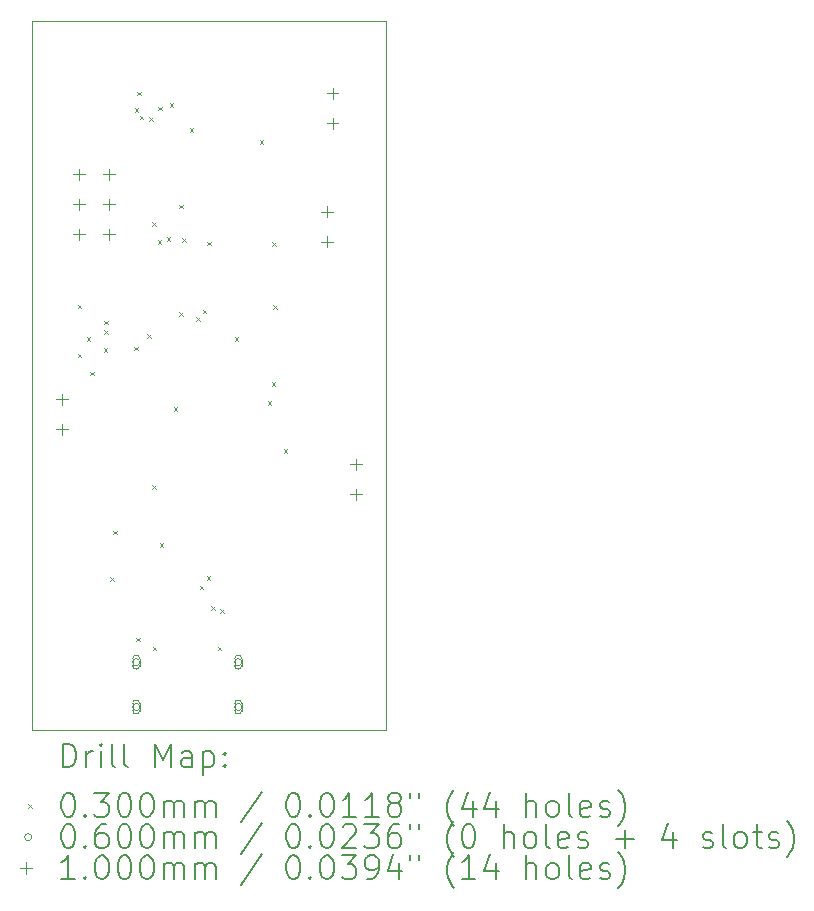
<source format=gbr>
%TF.GenerationSoftware,KiCad,Pcbnew,8.0.7*%
%TF.CreationDate,2025-01-05T21:05:24-07:00*%
%TF.ProjectId,Hat PCB,48617420-5043-4422-9e6b-696361645f70,rev?*%
%TF.SameCoordinates,Original*%
%TF.FileFunction,Drillmap*%
%TF.FilePolarity,Positive*%
%FSLAX45Y45*%
G04 Gerber Fmt 4.5, Leading zero omitted, Abs format (unit mm)*
G04 Created by KiCad (PCBNEW 8.0.7) date 2025-01-05 21:05:24*
%MOMM*%
%LPD*%
G01*
G04 APERTURE LIST*
%ADD10C,0.050000*%
%ADD11C,0.200000*%
%ADD12C,0.100000*%
G04 APERTURE END LIST*
D10*
X23850000Y-9600000D02*
X26850000Y-9600000D01*
X26850000Y-15600000D02*
X23850000Y-15600000D01*
X23850000Y-15600000D02*
X23850000Y-9600000D01*
X26850000Y-9600000D02*
X26850000Y-15600000D01*
D11*
D12*
X24235000Y-11997800D02*
X24265000Y-12027800D01*
X24265000Y-11997800D02*
X24235000Y-12027800D01*
X24238000Y-12412600D02*
X24268000Y-12442600D01*
X24268000Y-12412600D02*
X24238000Y-12442600D01*
X24314460Y-12275370D02*
X24344460Y-12305370D01*
X24344460Y-12275370D02*
X24314460Y-12305370D01*
X24340000Y-12567500D02*
X24370000Y-12597500D01*
X24370000Y-12567500D02*
X24340000Y-12597500D01*
X24456900Y-12367300D02*
X24486900Y-12397300D01*
X24486900Y-12367300D02*
X24456900Y-12397300D01*
X24458800Y-12216000D02*
X24488800Y-12246000D01*
X24488800Y-12216000D02*
X24458800Y-12246000D01*
X24459800Y-12132900D02*
X24489800Y-12162900D01*
X24489800Y-12132900D02*
X24459800Y-12162900D01*
X24511400Y-14305000D02*
X24541400Y-14335000D01*
X24541400Y-14305000D02*
X24511400Y-14335000D01*
X24535000Y-13913500D02*
X24565000Y-13943500D01*
X24565000Y-13913500D02*
X24535000Y-13943500D01*
X24713600Y-12355000D02*
X24743600Y-12385000D01*
X24743600Y-12355000D02*
X24713600Y-12385000D01*
X24717400Y-10334500D02*
X24747400Y-10364500D01*
X24747400Y-10334500D02*
X24717400Y-10364500D01*
X24730000Y-14817400D02*
X24760000Y-14847400D01*
X24760000Y-14817400D02*
X24730000Y-14847400D01*
X24739500Y-10195000D02*
X24769500Y-10225000D01*
X24769500Y-10195000D02*
X24739500Y-10225000D01*
X24762500Y-10400300D02*
X24792500Y-10430300D01*
X24792500Y-10400300D02*
X24762500Y-10430300D01*
X24826810Y-12246570D02*
X24856810Y-12276570D01*
X24856810Y-12246570D02*
X24826810Y-12276570D01*
X24839540Y-10411510D02*
X24869540Y-10441510D01*
X24869540Y-10411510D02*
X24839540Y-10441510D01*
X24865800Y-11302300D02*
X24895800Y-11332300D01*
X24895800Y-11302300D02*
X24865800Y-11332300D01*
X24869100Y-13526600D02*
X24899100Y-13556600D01*
X24899100Y-13526600D02*
X24869100Y-13556600D01*
X24873000Y-14894800D02*
X24903000Y-14924800D01*
X24903000Y-14894800D02*
X24873000Y-14924800D01*
X24912500Y-11452200D02*
X24942500Y-11482200D01*
X24942500Y-11452200D02*
X24912500Y-11482200D01*
X24916800Y-10323200D02*
X24946800Y-10353200D01*
X24946800Y-10323200D02*
X24916800Y-10353200D01*
X24930000Y-14019300D02*
X24960000Y-14049300D01*
X24960000Y-14019300D02*
X24930000Y-14049300D01*
X24989900Y-11426700D02*
X25019900Y-11456700D01*
X25019900Y-11426700D02*
X24989900Y-11456700D01*
X25013400Y-10291600D02*
X25043400Y-10321600D01*
X25043400Y-10291600D02*
X25013400Y-10321600D01*
X25050000Y-12865500D02*
X25080000Y-12895500D01*
X25080000Y-12865500D02*
X25050000Y-12895500D01*
X25095800Y-11151600D02*
X25125800Y-11181600D01*
X25125800Y-11151600D02*
X25095800Y-11181600D01*
X25097500Y-12062500D02*
X25127500Y-12092500D01*
X25127500Y-12062500D02*
X25097500Y-12092500D01*
X25120100Y-11436500D02*
X25150100Y-11466500D01*
X25150100Y-11436500D02*
X25120100Y-11466500D01*
X25185000Y-10504700D02*
X25215000Y-10534700D01*
X25215000Y-10504700D02*
X25185000Y-10534700D01*
X25238600Y-12103800D02*
X25268600Y-12133800D01*
X25268600Y-12103800D02*
X25238600Y-12133800D01*
X25268700Y-14376700D02*
X25298700Y-14406700D01*
X25298700Y-14376700D02*
X25268700Y-14406700D01*
X25296200Y-12042200D02*
X25326200Y-12072200D01*
X25326200Y-12042200D02*
X25296200Y-12072200D01*
X25328700Y-14295900D02*
X25358700Y-14325900D01*
X25358700Y-14295900D02*
X25328700Y-14325900D01*
X25335000Y-11467300D02*
X25365000Y-11497300D01*
X25365000Y-11467300D02*
X25335000Y-11497300D01*
X25365600Y-14551200D02*
X25395600Y-14581200D01*
X25395600Y-14551200D02*
X25365600Y-14581200D01*
X25423000Y-14895900D02*
X25453000Y-14925900D01*
X25453000Y-14895900D02*
X25423000Y-14925900D01*
X25444400Y-14577890D02*
X25474400Y-14607890D01*
X25474400Y-14577890D02*
X25444400Y-14607890D01*
X25564200Y-12275000D02*
X25594200Y-12305000D01*
X25594200Y-12275000D02*
X25564200Y-12305000D01*
X25778800Y-10607800D02*
X25808800Y-10637800D01*
X25808800Y-10607800D02*
X25778800Y-10637800D01*
X25845000Y-12816230D02*
X25875000Y-12846230D01*
X25875000Y-12816230D02*
X25845000Y-12846230D01*
X25880000Y-12655770D02*
X25910000Y-12685770D01*
X25910000Y-12655770D02*
X25880000Y-12685770D01*
X25885000Y-11470600D02*
X25915000Y-11500600D01*
X25915000Y-11470600D02*
X25885000Y-11500600D01*
X25890000Y-12002900D02*
X25920000Y-12032900D01*
X25920000Y-12002900D02*
X25890000Y-12032900D01*
X25980000Y-13222100D02*
X26010000Y-13252100D01*
X26010000Y-13222100D02*
X25980000Y-13252100D01*
X24761000Y-15025000D02*
G75*
G02*
X24701000Y-15025000I-30000J0D01*
G01*
X24701000Y-15025000D02*
G75*
G02*
X24761000Y-15025000I30000J0D01*
G01*
X24701000Y-14995000D02*
X24701000Y-15055000D01*
X24761000Y-15055000D02*
G75*
G02*
X24701000Y-15055000I-30000J0D01*
G01*
X24761000Y-15055000D02*
X24761000Y-14995000D01*
X24761000Y-14995000D02*
G75*
G03*
X24701000Y-14995000I-30000J0D01*
G01*
X24761000Y-15405000D02*
G75*
G02*
X24701000Y-15405000I-30000J0D01*
G01*
X24701000Y-15405000D02*
G75*
G02*
X24761000Y-15405000I30000J0D01*
G01*
X24701000Y-15375000D02*
X24701000Y-15435000D01*
X24761000Y-15435000D02*
G75*
G02*
X24701000Y-15435000I-30000J0D01*
G01*
X24761000Y-15435000D02*
X24761000Y-15375000D01*
X24761000Y-15375000D02*
G75*
G03*
X24701000Y-15375000I-30000J0D01*
G01*
X25625000Y-15025000D02*
G75*
G02*
X25565000Y-15025000I-30000J0D01*
G01*
X25565000Y-15025000D02*
G75*
G02*
X25625000Y-15025000I30000J0D01*
G01*
X25565000Y-14995000D02*
X25565000Y-15055000D01*
X25625000Y-15055000D02*
G75*
G02*
X25565000Y-15055000I-30000J0D01*
G01*
X25625000Y-15055000D02*
X25625000Y-14995000D01*
X25625000Y-14995000D02*
G75*
G03*
X25565000Y-14995000I-30000J0D01*
G01*
X25625000Y-15405000D02*
G75*
G02*
X25565000Y-15405000I-30000J0D01*
G01*
X25565000Y-15405000D02*
G75*
G02*
X25625000Y-15405000I30000J0D01*
G01*
X25565000Y-15375000D02*
X25565000Y-15435000D01*
X25625000Y-15435000D02*
G75*
G02*
X25565000Y-15435000I-30000J0D01*
G01*
X25625000Y-15435000D02*
X25625000Y-15375000D01*
X25625000Y-15375000D02*
G75*
G03*
X25565000Y-15375000I-30000J0D01*
G01*
X24105000Y-12751000D02*
X24105000Y-12851000D01*
X24055000Y-12801000D02*
X24155000Y-12801000D01*
X24105000Y-13005000D02*
X24105000Y-13105000D01*
X24055000Y-13055000D02*
X24155000Y-13055000D01*
X24246000Y-10846000D02*
X24246000Y-10946000D01*
X24196000Y-10896000D02*
X24296000Y-10896000D01*
X24246000Y-11100000D02*
X24246000Y-11200000D01*
X24196000Y-11150000D02*
X24296000Y-11150000D01*
X24246000Y-11354000D02*
X24246000Y-11454000D01*
X24196000Y-11404000D02*
X24296000Y-11404000D01*
X24500000Y-10846000D02*
X24500000Y-10946000D01*
X24450000Y-10896000D02*
X24550000Y-10896000D01*
X24500000Y-11100000D02*
X24500000Y-11200000D01*
X24450000Y-11150000D02*
X24550000Y-11150000D01*
X24500000Y-11354000D02*
X24500000Y-11454000D01*
X24450000Y-11404000D02*
X24550000Y-11404000D01*
X26343750Y-11160000D02*
X26343750Y-11260000D01*
X26293750Y-11210000D02*
X26393750Y-11210000D01*
X26343750Y-11414000D02*
X26343750Y-11514000D01*
X26293750Y-11464000D02*
X26393750Y-11464000D01*
X26393750Y-10160000D02*
X26393750Y-10260000D01*
X26343750Y-10210000D02*
X26443750Y-10210000D01*
X26393750Y-10414000D02*
X26393750Y-10514000D01*
X26343750Y-10464000D02*
X26443750Y-10464000D01*
X26595000Y-13301000D02*
X26595000Y-13401000D01*
X26545000Y-13351000D02*
X26645000Y-13351000D01*
X26595000Y-13555000D02*
X26595000Y-13655000D01*
X26545000Y-13605000D02*
X26645000Y-13605000D01*
D11*
X24108277Y-15913984D02*
X24108277Y-15713984D01*
X24108277Y-15713984D02*
X24155896Y-15713984D01*
X24155896Y-15713984D02*
X24184467Y-15723508D01*
X24184467Y-15723508D02*
X24203515Y-15742555D01*
X24203515Y-15742555D02*
X24213039Y-15761603D01*
X24213039Y-15761603D02*
X24222562Y-15799698D01*
X24222562Y-15799698D02*
X24222562Y-15828269D01*
X24222562Y-15828269D02*
X24213039Y-15866365D01*
X24213039Y-15866365D02*
X24203515Y-15885412D01*
X24203515Y-15885412D02*
X24184467Y-15904460D01*
X24184467Y-15904460D02*
X24155896Y-15913984D01*
X24155896Y-15913984D02*
X24108277Y-15913984D01*
X24308277Y-15913984D02*
X24308277Y-15780650D01*
X24308277Y-15818746D02*
X24317801Y-15799698D01*
X24317801Y-15799698D02*
X24327324Y-15790174D01*
X24327324Y-15790174D02*
X24346372Y-15780650D01*
X24346372Y-15780650D02*
X24365420Y-15780650D01*
X24432086Y-15913984D02*
X24432086Y-15780650D01*
X24432086Y-15713984D02*
X24422562Y-15723508D01*
X24422562Y-15723508D02*
X24432086Y-15733031D01*
X24432086Y-15733031D02*
X24441610Y-15723508D01*
X24441610Y-15723508D02*
X24432086Y-15713984D01*
X24432086Y-15713984D02*
X24432086Y-15733031D01*
X24555896Y-15913984D02*
X24536848Y-15904460D01*
X24536848Y-15904460D02*
X24527324Y-15885412D01*
X24527324Y-15885412D02*
X24527324Y-15713984D01*
X24660658Y-15913984D02*
X24641610Y-15904460D01*
X24641610Y-15904460D02*
X24632086Y-15885412D01*
X24632086Y-15885412D02*
X24632086Y-15713984D01*
X24889229Y-15913984D02*
X24889229Y-15713984D01*
X24889229Y-15713984D02*
X24955896Y-15856841D01*
X24955896Y-15856841D02*
X25022562Y-15713984D01*
X25022562Y-15713984D02*
X25022562Y-15913984D01*
X25203515Y-15913984D02*
X25203515Y-15809222D01*
X25203515Y-15809222D02*
X25193991Y-15790174D01*
X25193991Y-15790174D02*
X25174943Y-15780650D01*
X25174943Y-15780650D02*
X25136848Y-15780650D01*
X25136848Y-15780650D02*
X25117801Y-15790174D01*
X25203515Y-15904460D02*
X25184467Y-15913984D01*
X25184467Y-15913984D02*
X25136848Y-15913984D01*
X25136848Y-15913984D02*
X25117801Y-15904460D01*
X25117801Y-15904460D02*
X25108277Y-15885412D01*
X25108277Y-15885412D02*
X25108277Y-15866365D01*
X25108277Y-15866365D02*
X25117801Y-15847317D01*
X25117801Y-15847317D02*
X25136848Y-15837793D01*
X25136848Y-15837793D02*
X25184467Y-15837793D01*
X25184467Y-15837793D02*
X25203515Y-15828269D01*
X25298753Y-15780650D02*
X25298753Y-15980650D01*
X25298753Y-15790174D02*
X25317801Y-15780650D01*
X25317801Y-15780650D02*
X25355896Y-15780650D01*
X25355896Y-15780650D02*
X25374943Y-15790174D01*
X25374943Y-15790174D02*
X25384467Y-15799698D01*
X25384467Y-15799698D02*
X25393991Y-15818746D01*
X25393991Y-15818746D02*
X25393991Y-15875888D01*
X25393991Y-15875888D02*
X25384467Y-15894936D01*
X25384467Y-15894936D02*
X25374943Y-15904460D01*
X25374943Y-15904460D02*
X25355896Y-15913984D01*
X25355896Y-15913984D02*
X25317801Y-15913984D01*
X25317801Y-15913984D02*
X25298753Y-15904460D01*
X25479705Y-15894936D02*
X25489229Y-15904460D01*
X25489229Y-15904460D02*
X25479705Y-15913984D01*
X25479705Y-15913984D02*
X25470182Y-15904460D01*
X25470182Y-15904460D02*
X25479705Y-15894936D01*
X25479705Y-15894936D02*
X25479705Y-15913984D01*
X25479705Y-15790174D02*
X25489229Y-15799698D01*
X25489229Y-15799698D02*
X25479705Y-15809222D01*
X25479705Y-15809222D02*
X25470182Y-15799698D01*
X25470182Y-15799698D02*
X25479705Y-15790174D01*
X25479705Y-15790174D02*
X25479705Y-15809222D01*
D12*
X23817500Y-16227500D02*
X23847500Y-16257500D01*
X23847500Y-16227500D02*
X23817500Y-16257500D01*
D11*
X24146372Y-16133984D02*
X24165420Y-16133984D01*
X24165420Y-16133984D02*
X24184467Y-16143508D01*
X24184467Y-16143508D02*
X24193991Y-16153031D01*
X24193991Y-16153031D02*
X24203515Y-16172079D01*
X24203515Y-16172079D02*
X24213039Y-16210174D01*
X24213039Y-16210174D02*
X24213039Y-16257793D01*
X24213039Y-16257793D02*
X24203515Y-16295888D01*
X24203515Y-16295888D02*
X24193991Y-16314936D01*
X24193991Y-16314936D02*
X24184467Y-16324460D01*
X24184467Y-16324460D02*
X24165420Y-16333984D01*
X24165420Y-16333984D02*
X24146372Y-16333984D01*
X24146372Y-16333984D02*
X24127324Y-16324460D01*
X24127324Y-16324460D02*
X24117801Y-16314936D01*
X24117801Y-16314936D02*
X24108277Y-16295888D01*
X24108277Y-16295888D02*
X24098753Y-16257793D01*
X24098753Y-16257793D02*
X24098753Y-16210174D01*
X24098753Y-16210174D02*
X24108277Y-16172079D01*
X24108277Y-16172079D02*
X24117801Y-16153031D01*
X24117801Y-16153031D02*
X24127324Y-16143508D01*
X24127324Y-16143508D02*
X24146372Y-16133984D01*
X24298753Y-16314936D02*
X24308277Y-16324460D01*
X24308277Y-16324460D02*
X24298753Y-16333984D01*
X24298753Y-16333984D02*
X24289229Y-16324460D01*
X24289229Y-16324460D02*
X24298753Y-16314936D01*
X24298753Y-16314936D02*
X24298753Y-16333984D01*
X24374943Y-16133984D02*
X24498753Y-16133984D01*
X24498753Y-16133984D02*
X24432086Y-16210174D01*
X24432086Y-16210174D02*
X24460658Y-16210174D01*
X24460658Y-16210174D02*
X24479705Y-16219698D01*
X24479705Y-16219698D02*
X24489229Y-16229222D01*
X24489229Y-16229222D02*
X24498753Y-16248269D01*
X24498753Y-16248269D02*
X24498753Y-16295888D01*
X24498753Y-16295888D02*
X24489229Y-16314936D01*
X24489229Y-16314936D02*
X24479705Y-16324460D01*
X24479705Y-16324460D02*
X24460658Y-16333984D01*
X24460658Y-16333984D02*
X24403515Y-16333984D01*
X24403515Y-16333984D02*
X24384467Y-16324460D01*
X24384467Y-16324460D02*
X24374943Y-16314936D01*
X24622562Y-16133984D02*
X24641610Y-16133984D01*
X24641610Y-16133984D02*
X24660658Y-16143508D01*
X24660658Y-16143508D02*
X24670182Y-16153031D01*
X24670182Y-16153031D02*
X24679705Y-16172079D01*
X24679705Y-16172079D02*
X24689229Y-16210174D01*
X24689229Y-16210174D02*
X24689229Y-16257793D01*
X24689229Y-16257793D02*
X24679705Y-16295888D01*
X24679705Y-16295888D02*
X24670182Y-16314936D01*
X24670182Y-16314936D02*
X24660658Y-16324460D01*
X24660658Y-16324460D02*
X24641610Y-16333984D01*
X24641610Y-16333984D02*
X24622562Y-16333984D01*
X24622562Y-16333984D02*
X24603515Y-16324460D01*
X24603515Y-16324460D02*
X24593991Y-16314936D01*
X24593991Y-16314936D02*
X24584467Y-16295888D01*
X24584467Y-16295888D02*
X24574943Y-16257793D01*
X24574943Y-16257793D02*
X24574943Y-16210174D01*
X24574943Y-16210174D02*
X24584467Y-16172079D01*
X24584467Y-16172079D02*
X24593991Y-16153031D01*
X24593991Y-16153031D02*
X24603515Y-16143508D01*
X24603515Y-16143508D02*
X24622562Y-16133984D01*
X24813039Y-16133984D02*
X24832086Y-16133984D01*
X24832086Y-16133984D02*
X24851134Y-16143508D01*
X24851134Y-16143508D02*
X24860658Y-16153031D01*
X24860658Y-16153031D02*
X24870182Y-16172079D01*
X24870182Y-16172079D02*
X24879705Y-16210174D01*
X24879705Y-16210174D02*
X24879705Y-16257793D01*
X24879705Y-16257793D02*
X24870182Y-16295888D01*
X24870182Y-16295888D02*
X24860658Y-16314936D01*
X24860658Y-16314936D02*
X24851134Y-16324460D01*
X24851134Y-16324460D02*
X24832086Y-16333984D01*
X24832086Y-16333984D02*
X24813039Y-16333984D01*
X24813039Y-16333984D02*
X24793991Y-16324460D01*
X24793991Y-16324460D02*
X24784467Y-16314936D01*
X24784467Y-16314936D02*
X24774943Y-16295888D01*
X24774943Y-16295888D02*
X24765420Y-16257793D01*
X24765420Y-16257793D02*
X24765420Y-16210174D01*
X24765420Y-16210174D02*
X24774943Y-16172079D01*
X24774943Y-16172079D02*
X24784467Y-16153031D01*
X24784467Y-16153031D02*
X24793991Y-16143508D01*
X24793991Y-16143508D02*
X24813039Y-16133984D01*
X24965420Y-16333984D02*
X24965420Y-16200650D01*
X24965420Y-16219698D02*
X24974943Y-16210174D01*
X24974943Y-16210174D02*
X24993991Y-16200650D01*
X24993991Y-16200650D02*
X25022563Y-16200650D01*
X25022563Y-16200650D02*
X25041610Y-16210174D01*
X25041610Y-16210174D02*
X25051134Y-16229222D01*
X25051134Y-16229222D02*
X25051134Y-16333984D01*
X25051134Y-16229222D02*
X25060658Y-16210174D01*
X25060658Y-16210174D02*
X25079705Y-16200650D01*
X25079705Y-16200650D02*
X25108277Y-16200650D01*
X25108277Y-16200650D02*
X25127324Y-16210174D01*
X25127324Y-16210174D02*
X25136848Y-16229222D01*
X25136848Y-16229222D02*
X25136848Y-16333984D01*
X25232086Y-16333984D02*
X25232086Y-16200650D01*
X25232086Y-16219698D02*
X25241610Y-16210174D01*
X25241610Y-16210174D02*
X25260658Y-16200650D01*
X25260658Y-16200650D02*
X25289229Y-16200650D01*
X25289229Y-16200650D02*
X25308277Y-16210174D01*
X25308277Y-16210174D02*
X25317801Y-16229222D01*
X25317801Y-16229222D02*
X25317801Y-16333984D01*
X25317801Y-16229222D02*
X25327324Y-16210174D01*
X25327324Y-16210174D02*
X25346372Y-16200650D01*
X25346372Y-16200650D02*
X25374943Y-16200650D01*
X25374943Y-16200650D02*
X25393991Y-16210174D01*
X25393991Y-16210174D02*
X25403515Y-16229222D01*
X25403515Y-16229222D02*
X25403515Y-16333984D01*
X25793991Y-16124460D02*
X25622563Y-16381603D01*
X26051134Y-16133984D02*
X26070182Y-16133984D01*
X26070182Y-16133984D02*
X26089229Y-16143508D01*
X26089229Y-16143508D02*
X26098753Y-16153031D01*
X26098753Y-16153031D02*
X26108277Y-16172079D01*
X26108277Y-16172079D02*
X26117801Y-16210174D01*
X26117801Y-16210174D02*
X26117801Y-16257793D01*
X26117801Y-16257793D02*
X26108277Y-16295888D01*
X26108277Y-16295888D02*
X26098753Y-16314936D01*
X26098753Y-16314936D02*
X26089229Y-16324460D01*
X26089229Y-16324460D02*
X26070182Y-16333984D01*
X26070182Y-16333984D02*
X26051134Y-16333984D01*
X26051134Y-16333984D02*
X26032086Y-16324460D01*
X26032086Y-16324460D02*
X26022563Y-16314936D01*
X26022563Y-16314936D02*
X26013039Y-16295888D01*
X26013039Y-16295888D02*
X26003515Y-16257793D01*
X26003515Y-16257793D02*
X26003515Y-16210174D01*
X26003515Y-16210174D02*
X26013039Y-16172079D01*
X26013039Y-16172079D02*
X26022563Y-16153031D01*
X26022563Y-16153031D02*
X26032086Y-16143508D01*
X26032086Y-16143508D02*
X26051134Y-16133984D01*
X26203515Y-16314936D02*
X26213039Y-16324460D01*
X26213039Y-16324460D02*
X26203515Y-16333984D01*
X26203515Y-16333984D02*
X26193991Y-16324460D01*
X26193991Y-16324460D02*
X26203515Y-16314936D01*
X26203515Y-16314936D02*
X26203515Y-16333984D01*
X26336848Y-16133984D02*
X26355896Y-16133984D01*
X26355896Y-16133984D02*
X26374944Y-16143508D01*
X26374944Y-16143508D02*
X26384467Y-16153031D01*
X26384467Y-16153031D02*
X26393991Y-16172079D01*
X26393991Y-16172079D02*
X26403515Y-16210174D01*
X26403515Y-16210174D02*
X26403515Y-16257793D01*
X26403515Y-16257793D02*
X26393991Y-16295888D01*
X26393991Y-16295888D02*
X26384467Y-16314936D01*
X26384467Y-16314936D02*
X26374944Y-16324460D01*
X26374944Y-16324460D02*
X26355896Y-16333984D01*
X26355896Y-16333984D02*
X26336848Y-16333984D01*
X26336848Y-16333984D02*
X26317801Y-16324460D01*
X26317801Y-16324460D02*
X26308277Y-16314936D01*
X26308277Y-16314936D02*
X26298753Y-16295888D01*
X26298753Y-16295888D02*
X26289229Y-16257793D01*
X26289229Y-16257793D02*
X26289229Y-16210174D01*
X26289229Y-16210174D02*
X26298753Y-16172079D01*
X26298753Y-16172079D02*
X26308277Y-16153031D01*
X26308277Y-16153031D02*
X26317801Y-16143508D01*
X26317801Y-16143508D02*
X26336848Y-16133984D01*
X26593991Y-16333984D02*
X26479706Y-16333984D01*
X26536848Y-16333984D02*
X26536848Y-16133984D01*
X26536848Y-16133984D02*
X26517801Y-16162555D01*
X26517801Y-16162555D02*
X26498753Y-16181603D01*
X26498753Y-16181603D02*
X26479706Y-16191127D01*
X26784467Y-16333984D02*
X26670182Y-16333984D01*
X26727325Y-16333984D02*
X26727325Y-16133984D01*
X26727325Y-16133984D02*
X26708277Y-16162555D01*
X26708277Y-16162555D02*
X26689229Y-16181603D01*
X26689229Y-16181603D02*
X26670182Y-16191127D01*
X26898753Y-16219698D02*
X26879706Y-16210174D01*
X26879706Y-16210174D02*
X26870182Y-16200650D01*
X26870182Y-16200650D02*
X26860658Y-16181603D01*
X26860658Y-16181603D02*
X26860658Y-16172079D01*
X26860658Y-16172079D02*
X26870182Y-16153031D01*
X26870182Y-16153031D02*
X26879706Y-16143508D01*
X26879706Y-16143508D02*
X26898753Y-16133984D01*
X26898753Y-16133984D02*
X26936848Y-16133984D01*
X26936848Y-16133984D02*
X26955896Y-16143508D01*
X26955896Y-16143508D02*
X26965420Y-16153031D01*
X26965420Y-16153031D02*
X26974944Y-16172079D01*
X26974944Y-16172079D02*
X26974944Y-16181603D01*
X26974944Y-16181603D02*
X26965420Y-16200650D01*
X26965420Y-16200650D02*
X26955896Y-16210174D01*
X26955896Y-16210174D02*
X26936848Y-16219698D01*
X26936848Y-16219698D02*
X26898753Y-16219698D01*
X26898753Y-16219698D02*
X26879706Y-16229222D01*
X26879706Y-16229222D02*
X26870182Y-16238746D01*
X26870182Y-16238746D02*
X26860658Y-16257793D01*
X26860658Y-16257793D02*
X26860658Y-16295888D01*
X26860658Y-16295888D02*
X26870182Y-16314936D01*
X26870182Y-16314936D02*
X26879706Y-16324460D01*
X26879706Y-16324460D02*
X26898753Y-16333984D01*
X26898753Y-16333984D02*
X26936848Y-16333984D01*
X26936848Y-16333984D02*
X26955896Y-16324460D01*
X26955896Y-16324460D02*
X26965420Y-16314936D01*
X26965420Y-16314936D02*
X26974944Y-16295888D01*
X26974944Y-16295888D02*
X26974944Y-16257793D01*
X26974944Y-16257793D02*
X26965420Y-16238746D01*
X26965420Y-16238746D02*
X26955896Y-16229222D01*
X26955896Y-16229222D02*
X26936848Y-16219698D01*
X27051134Y-16133984D02*
X27051134Y-16172079D01*
X27127325Y-16133984D02*
X27127325Y-16172079D01*
X27422563Y-16410174D02*
X27413039Y-16400650D01*
X27413039Y-16400650D02*
X27393991Y-16372079D01*
X27393991Y-16372079D02*
X27384468Y-16353031D01*
X27384468Y-16353031D02*
X27374944Y-16324460D01*
X27374944Y-16324460D02*
X27365420Y-16276841D01*
X27365420Y-16276841D02*
X27365420Y-16238746D01*
X27365420Y-16238746D02*
X27374944Y-16191127D01*
X27374944Y-16191127D02*
X27384468Y-16162555D01*
X27384468Y-16162555D02*
X27393991Y-16143508D01*
X27393991Y-16143508D02*
X27413039Y-16114936D01*
X27413039Y-16114936D02*
X27422563Y-16105412D01*
X27584468Y-16200650D02*
X27584468Y-16333984D01*
X27536848Y-16124460D02*
X27489229Y-16267317D01*
X27489229Y-16267317D02*
X27613039Y-16267317D01*
X27774944Y-16200650D02*
X27774944Y-16333984D01*
X27727325Y-16124460D02*
X27679706Y-16267317D01*
X27679706Y-16267317D02*
X27803515Y-16267317D01*
X28032087Y-16333984D02*
X28032087Y-16133984D01*
X28117801Y-16333984D02*
X28117801Y-16229222D01*
X28117801Y-16229222D02*
X28108277Y-16210174D01*
X28108277Y-16210174D02*
X28089230Y-16200650D01*
X28089230Y-16200650D02*
X28060658Y-16200650D01*
X28060658Y-16200650D02*
X28041610Y-16210174D01*
X28041610Y-16210174D02*
X28032087Y-16219698D01*
X28241610Y-16333984D02*
X28222563Y-16324460D01*
X28222563Y-16324460D02*
X28213039Y-16314936D01*
X28213039Y-16314936D02*
X28203515Y-16295888D01*
X28203515Y-16295888D02*
X28203515Y-16238746D01*
X28203515Y-16238746D02*
X28213039Y-16219698D01*
X28213039Y-16219698D02*
X28222563Y-16210174D01*
X28222563Y-16210174D02*
X28241610Y-16200650D01*
X28241610Y-16200650D02*
X28270182Y-16200650D01*
X28270182Y-16200650D02*
X28289230Y-16210174D01*
X28289230Y-16210174D02*
X28298753Y-16219698D01*
X28298753Y-16219698D02*
X28308277Y-16238746D01*
X28308277Y-16238746D02*
X28308277Y-16295888D01*
X28308277Y-16295888D02*
X28298753Y-16314936D01*
X28298753Y-16314936D02*
X28289230Y-16324460D01*
X28289230Y-16324460D02*
X28270182Y-16333984D01*
X28270182Y-16333984D02*
X28241610Y-16333984D01*
X28422563Y-16333984D02*
X28403515Y-16324460D01*
X28403515Y-16324460D02*
X28393991Y-16305412D01*
X28393991Y-16305412D02*
X28393991Y-16133984D01*
X28574944Y-16324460D02*
X28555896Y-16333984D01*
X28555896Y-16333984D02*
X28517801Y-16333984D01*
X28517801Y-16333984D02*
X28498753Y-16324460D01*
X28498753Y-16324460D02*
X28489230Y-16305412D01*
X28489230Y-16305412D02*
X28489230Y-16229222D01*
X28489230Y-16229222D02*
X28498753Y-16210174D01*
X28498753Y-16210174D02*
X28517801Y-16200650D01*
X28517801Y-16200650D02*
X28555896Y-16200650D01*
X28555896Y-16200650D02*
X28574944Y-16210174D01*
X28574944Y-16210174D02*
X28584468Y-16229222D01*
X28584468Y-16229222D02*
X28584468Y-16248269D01*
X28584468Y-16248269D02*
X28489230Y-16267317D01*
X28660658Y-16324460D02*
X28679706Y-16333984D01*
X28679706Y-16333984D02*
X28717801Y-16333984D01*
X28717801Y-16333984D02*
X28736849Y-16324460D01*
X28736849Y-16324460D02*
X28746372Y-16305412D01*
X28746372Y-16305412D02*
X28746372Y-16295888D01*
X28746372Y-16295888D02*
X28736849Y-16276841D01*
X28736849Y-16276841D02*
X28717801Y-16267317D01*
X28717801Y-16267317D02*
X28689230Y-16267317D01*
X28689230Y-16267317D02*
X28670182Y-16257793D01*
X28670182Y-16257793D02*
X28660658Y-16238746D01*
X28660658Y-16238746D02*
X28660658Y-16229222D01*
X28660658Y-16229222D02*
X28670182Y-16210174D01*
X28670182Y-16210174D02*
X28689230Y-16200650D01*
X28689230Y-16200650D02*
X28717801Y-16200650D01*
X28717801Y-16200650D02*
X28736849Y-16210174D01*
X28813039Y-16410174D02*
X28822563Y-16400650D01*
X28822563Y-16400650D02*
X28841611Y-16372079D01*
X28841611Y-16372079D02*
X28851134Y-16353031D01*
X28851134Y-16353031D02*
X28860658Y-16324460D01*
X28860658Y-16324460D02*
X28870182Y-16276841D01*
X28870182Y-16276841D02*
X28870182Y-16238746D01*
X28870182Y-16238746D02*
X28860658Y-16191127D01*
X28860658Y-16191127D02*
X28851134Y-16162555D01*
X28851134Y-16162555D02*
X28841611Y-16143508D01*
X28841611Y-16143508D02*
X28822563Y-16114936D01*
X28822563Y-16114936D02*
X28813039Y-16105412D01*
D12*
X23847500Y-16506500D02*
G75*
G02*
X23787500Y-16506500I-30000J0D01*
G01*
X23787500Y-16506500D02*
G75*
G02*
X23847500Y-16506500I30000J0D01*
G01*
D11*
X24146372Y-16397984D02*
X24165420Y-16397984D01*
X24165420Y-16397984D02*
X24184467Y-16407508D01*
X24184467Y-16407508D02*
X24193991Y-16417031D01*
X24193991Y-16417031D02*
X24203515Y-16436079D01*
X24203515Y-16436079D02*
X24213039Y-16474174D01*
X24213039Y-16474174D02*
X24213039Y-16521793D01*
X24213039Y-16521793D02*
X24203515Y-16559888D01*
X24203515Y-16559888D02*
X24193991Y-16578936D01*
X24193991Y-16578936D02*
X24184467Y-16588460D01*
X24184467Y-16588460D02*
X24165420Y-16597984D01*
X24165420Y-16597984D02*
X24146372Y-16597984D01*
X24146372Y-16597984D02*
X24127324Y-16588460D01*
X24127324Y-16588460D02*
X24117801Y-16578936D01*
X24117801Y-16578936D02*
X24108277Y-16559888D01*
X24108277Y-16559888D02*
X24098753Y-16521793D01*
X24098753Y-16521793D02*
X24098753Y-16474174D01*
X24098753Y-16474174D02*
X24108277Y-16436079D01*
X24108277Y-16436079D02*
X24117801Y-16417031D01*
X24117801Y-16417031D02*
X24127324Y-16407508D01*
X24127324Y-16407508D02*
X24146372Y-16397984D01*
X24298753Y-16578936D02*
X24308277Y-16588460D01*
X24308277Y-16588460D02*
X24298753Y-16597984D01*
X24298753Y-16597984D02*
X24289229Y-16588460D01*
X24289229Y-16588460D02*
X24298753Y-16578936D01*
X24298753Y-16578936D02*
X24298753Y-16597984D01*
X24479705Y-16397984D02*
X24441610Y-16397984D01*
X24441610Y-16397984D02*
X24422562Y-16407508D01*
X24422562Y-16407508D02*
X24413039Y-16417031D01*
X24413039Y-16417031D02*
X24393991Y-16445603D01*
X24393991Y-16445603D02*
X24384467Y-16483698D01*
X24384467Y-16483698D02*
X24384467Y-16559888D01*
X24384467Y-16559888D02*
X24393991Y-16578936D01*
X24393991Y-16578936D02*
X24403515Y-16588460D01*
X24403515Y-16588460D02*
X24422562Y-16597984D01*
X24422562Y-16597984D02*
X24460658Y-16597984D01*
X24460658Y-16597984D02*
X24479705Y-16588460D01*
X24479705Y-16588460D02*
X24489229Y-16578936D01*
X24489229Y-16578936D02*
X24498753Y-16559888D01*
X24498753Y-16559888D02*
X24498753Y-16512269D01*
X24498753Y-16512269D02*
X24489229Y-16493222D01*
X24489229Y-16493222D02*
X24479705Y-16483698D01*
X24479705Y-16483698D02*
X24460658Y-16474174D01*
X24460658Y-16474174D02*
X24422562Y-16474174D01*
X24422562Y-16474174D02*
X24403515Y-16483698D01*
X24403515Y-16483698D02*
X24393991Y-16493222D01*
X24393991Y-16493222D02*
X24384467Y-16512269D01*
X24622562Y-16397984D02*
X24641610Y-16397984D01*
X24641610Y-16397984D02*
X24660658Y-16407508D01*
X24660658Y-16407508D02*
X24670182Y-16417031D01*
X24670182Y-16417031D02*
X24679705Y-16436079D01*
X24679705Y-16436079D02*
X24689229Y-16474174D01*
X24689229Y-16474174D02*
X24689229Y-16521793D01*
X24689229Y-16521793D02*
X24679705Y-16559888D01*
X24679705Y-16559888D02*
X24670182Y-16578936D01*
X24670182Y-16578936D02*
X24660658Y-16588460D01*
X24660658Y-16588460D02*
X24641610Y-16597984D01*
X24641610Y-16597984D02*
X24622562Y-16597984D01*
X24622562Y-16597984D02*
X24603515Y-16588460D01*
X24603515Y-16588460D02*
X24593991Y-16578936D01*
X24593991Y-16578936D02*
X24584467Y-16559888D01*
X24584467Y-16559888D02*
X24574943Y-16521793D01*
X24574943Y-16521793D02*
X24574943Y-16474174D01*
X24574943Y-16474174D02*
X24584467Y-16436079D01*
X24584467Y-16436079D02*
X24593991Y-16417031D01*
X24593991Y-16417031D02*
X24603515Y-16407508D01*
X24603515Y-16407508D02*
X24622562Y-16397984D01*
X24813039Y-16397984D02*
X24832086Y-16397984D01*
X24832086Y-16397984D02*
X24851134Y-16407508D01*
X24851134Y-16407508D02*
X24860658Y-16417031D01*
X24860658Y-16417031D02*
X24870182Y-16436079D01*
X24870182Y-16436079D02*
X24879705Y-16474174D01*
X24879705Y-16474174D02*
X24879705Y-16521793D01*
X24879705Y-16521793D02*
X24870182Y-16559888D01*
X24870182Y-16559888D02*
X24860658Y-16578936D01*
X24860658Y-16578936D02*
X24851134Y-16588460D01*
X24851134Y-16588460D02*
X24832086Y-16597984D01*
X24832086Y-16597984D02*
X24813039Y-16597984D01*
X24813039Y-16597984D02*
X24793991Y-16588460D01*
X24793991Y-16588460D02*
X24784467Y-16578936D01*
X24784467Y-16578936D02*
X24774943Y-16559888D01*
X24774943Y-16559888D02*
X24765420Y-16521793D01*
X24765420Y-16521793D02*
X24765420Y-16474174D01*
X24765420Y-16474174D02*
X24774943Y-16436079D01*
X24774943Y-16436079D02*
X24784467Y-16417031D01*
X24784467Y-16417031D02*
X24793991Y-16407508D01*
X24793991Y-16407508D02*
X24813039Y-16397984D01*
X24965420Y-16597984D02*
X24965420Y-16464650D01*
X24965420Y-16483698D02*
X24974943Y-16474174D01*
X24974943Y-16474174D02*
X24993991Y-16464650D01*
X24993991Y-16464650D02*
X25022563Y-16464650D01*
X25022563Y-16464650D02*
X25041610Y-16474174D01*
X25041610Y-16474174D02*
X25051134Y-16493222D01*
X25051134Y-16493222D02*
X25051134Y-16597984D01*
X25051134Y-16493222D02*
X25060658Y-16474174D01*
X25060658Y-16474174D02*
X25079705Y-16464650D01*
X25079705Y-16464650D02*
X25108277Y-16464650D01*
X25108277Y-16464650D02*
X25127324Y-16474174D01*
X25127324Y-16474174D02*
X25136848Y-16493222D01*
X25136848Y-16493222D02*
X25136848Y-16597984D01*
X25232086Y-16597984D02*
X25232086Y-16464650D01*
X25232086Y-16483698D02*
X25241610Y-16474174D01*
X25241610Y-16474174D02*
X25260658Y-16464650D01*
X25260658Y-16464650D02*
X25289229Y-16464650D01*
X25289229Y-16464650D02*
X25308277Y-16474174D01*
X25308277Y-16474174D02*
X25317801Y-16493222D01*
X25317801Y-16493222D02*
X25317801Y-16597984D01*
X25317801Y-16493222D02*
X25327324Y-16474174D01*
X25327324Y-16474174D02*
X25346372Y-16464650D01*
X25346372Y-16464650D02*
X25374943Y-16464650D01*
X25374943Y-16464650D02*
X25393991Y-16474174D01*
X25393991Y-16474174D02*
X25403515Y-16493222D01*
X25403515Y-16493222D02*
X25403515Y-16597984D01*
X25793991Y-16388460D02*
X25622563Y-16645603D01*
X26051134Y-16397984D02*
X26070182Y-16397984D01*
X26070182Y-16397984D02*
X26089229Y-16407508D01*
X26089229Y-16407508D02*
X26098753Y-16417031D01*
X26098753Y-16417031D02*
X26108277Y-16436079D01*
X26108277Y-16436079D02*
X26117801Y-16474174D01*
X26117801Y-16474174D02*
X26117801Y-16521793D01*
X26117801Y-16521793D02*
X26108277Y-16559888D01*
X26108277Y-16559888D02*
X26098753Y-16578936D01*
X26098753Y-16578936D02*
X26089229Y-16588460D01*
X26089229Y-16588460D02*
X26070182Y-16597984D01*
X26070182Y-16597984D02*
X26051134Y-16597984D01*
X26051134Y-16597984D02*
X26032086Y-16588460D01*
X26032086Y-16588460D02*
X26022563Y-16578936D01*
X26022563Y-16578936D02*
X26013039Y-16559888D01*
X26013039Y-16559888D02*
X26003515Y-16521793D01*
X26003515Y-16521793D02*
X26003515Y-16474174D01*
X26003515Y-16474174D02*
X26013039Y-16436079D01*
X26013039Y-16436079D02*
X26022563Y-16417031D01*
X26022563Y-16417031D02*
X26032086Y-16407508D01*
X26032086Y-16407508D02*
X26051134Y-16397984D01*
X26203515Y-16578936D02*
X26213039Y-16588460D01*
X26213039Y-16588460D02*
X26203515Y-16597984D01*
X26203515Y-16597984D02*
X26193991Y-16588460D01*
X26193991Y-16588460D02*
X26203515Y-16578936D01*
X26203515Y-16578936D02*
X26203515Y-16597984D01*
X26336848Y-16397984D02*
X26355896Y-16397984D01*
X26355896Y-16397984D02*
X26374944Y-16407508D01*
X26374944Y-16407508D02*
X26384467Y-16417031D01*
X26384467Y-16417031D02*
X26393991Y-16436079D01*
X26393991Y-16436079D02*
X26403515Y-16474174D01*
X26403515Y-16474174D02*
X26403515Y-16521793D01*
X26403515Y-16521793D02*
X26393991Y-16559888D01*
X26393991Y-16559888D02*
X26384467Y-16578936D01*
X26384467Y-16578936D02*
X26374944Y-16588460D01*
X26374944Y-16588460D02*
X26355896Y-16597984D01*
X26355896Y-16597984D02*
X26336848Y-16597984D01*
X26336848Y-16597984D02*
X26317801Y-16588460D01*
X26317801Y-16588460D02*
X26308277Y-16578936D01*
X26308277Y-16578936D02*
X26298753Y-16559888D01*
X26298753Y-16559888D02*
X26289229Y-16521793D01*
X26289229Y-16521793D02*
X26289229Y-16474174D01*
X26289229Y-16474174D02*
X26298753Y-16436079D01*
X26298753Y-16436079D02*
X26308277Y-16417031D01*
X26308277Y-16417031D02*
X26317801Y-16407508D01*
X26317801Y-16407508D02*
X26336848Y-16397984D01*
X26479706Y-16417031D02*
X26489229Y-16407508D01*
X26489229Y-16407508D02*
X26508277Y-16397984D01*
X26508277Y-16397984D02*
X26555896Y-16397984D01*
X26555896Y-16397984D02*
X26574944Y-16407508D01*
X26574944Y-16407508D02*
X26584467Y-16417031D01*
X26584467Y-16417031D02*
X26593991Y-16436079D01*
X26593991Y-16436079D02*
X26593991Y-16455127D01*
X26593991Y-16455127D02*
X26584467Y-16483698D01*
X26584467Y-16483698D02*
X26470182Y-16597984D01*
X26470182Y-16597984D02*
X26593991Y-16597984D01*
X26660658Y-16397984D02*
X26784467Y-16397984D01*
X26784467Y-16397984D02*
X26717801Y-16474174D01*
X26717801Y-16474174D02*
X26746372Y-16474174D01*
X26746372Y-16474174D02*
X26765420Y-16483698D01*
X26765420Y-16483698D02*
X26774944Y-16493222D01*
X26774944Y-16493222D02*
X26784467Y-16512269D01*
X26784467Y-16512269D02*
X26784467Y-16559888D01*
X26784467Y-16559888D02*
X26774944Y-16578936D01*
X26774944Y-16578936D02*
X26765420Y-16588460D01*
X26765420Y-16588460D02*
X26746372Y-16597984D01*
X26746372Y-16597984D02*
X26689229Y-16597984D01*
X26689229Y-16597984D02*
X26670182Y-16588460D01*
X26670182Y-16588460D02*
X26660658Y-16578936D01*
X26955896Y-16397984D02*
X26917801Y-16397984D01*
X26917801Y-16397984D02*
X26898753Y-16407508D01*
X26898753Y-16407508D02*
X26889229Y-16417031D01*
X26889229Y-16417031D02*
X26870182Y-16445603D01*
X26870182Y-16445603D02*
X26860658Y-16483698D01*
X26860658Y-16483698D02*
X26860658Y-16559888D01*
X26860658Y-16559888D02*
X26870182Y-16578936D01*
X26870182Y-16578936D02*
X26879706Y-16588460D01*
X26879706Y-16588460D02*
X26898753Y-16597984D01*
X26898753Y-16597984D02*
X26936848Y-16597984D01*
X26936848Y-16597984D02*
X26955896Y-16588460D01*
X26955896Y-16588460D02*
X26965420Y-16578936D01*
X26965420Y-16578936D02*
X26974944Y-16559888D01*
X26974944Y-16559888D02*
X26974944Y-16512269D01*
X26974944Y-16512269D02*
X26965420Y-16493222D01*
X26965420Y-16493222D02*
X26955896Y-16483698D01*
X26955896Y-16483698D02*
X26936848Y-16474174D01*
X26936848Y-16474174D02*
X26898753Y-16474174D01*
X26898753Y-16474174D02*
X26879706Y-16483698D01*
X26879706Y-16483698D02*
X26870182Y-16493222D01*
X26870182Y-16493222D02*
X26860658Y-16512269D01*
X27051134Y-16397984D02*
X27051134Y-16436079D01*
X27127325Y-16397984D02*
X27127325Y-16436079D01*
X27422563Y-16674174D02*
X27413039Y-16664650D01*
X27413039Y-16664650D02*
X27393991Y-16636079D01*
X27393991Y-16636079D02*
X27384468Y-16617031D01*
X27384468Y-16617031D02*
X27374944Y-16588460D01*
X27374944Y-16588460D02*
X27365420Y-16540841D01*
X27365420Y-16540841D02*
X27365420Y-16502746D01*
X27365420Y-16502746D02*
X27374944Y-16455127D01*
X27374944Y-16455127D02*
X27384468Y-16426555D01*
X27384468Y-16426555D02*
X27393991Y-16407508D01*
X27393991Y-16407508D02*
X27413039Y-16378936D01*
X27413039Y-16378936D02*
X27422563Y-16369412D01*
X27536848Y-16397984D02*
X27555896Y-16397984D01*
X27555896Y-16397984D02*
X27574944Y-16407508D01*
X27574944Y-16407508D02*
X27584468Y-16417031D01*
X27584468Y-16417031D02*
X27593991Y-16436079D01*
X27593991Y-16436079D02*
X27603515Y-16474174D01*
X27603515Y-16474174D02*
X27603515Y-16521793D01*
X27603515Y-16521793D02*
X27593991Y-16559888D01*
X27593991Y-16559888D02*
X27584468Y-16578936D01*
X27584468Y-16578936D02*
X27574944Y-16588460D01*
X27574944Y-16588460D02*
X27555896Y-16597984D01*
X27555896Y-16597984D02*
X27536848Y-16597984D01*
X27536848Y-16597984D02*
X27517801Y-16588460D01*
X27517801Y-16588460D02*
X27508277Y-16578936D01*
X27508277Y-16578936D02*
X27498753Y-16559888D01*
X27498753Y-16559888D02*
X27489229Y-16521793D01*
X27489229Y-16521793D02*
X27489229Y-16474174D01*
X27489229Y-16474174D02*
X27498753Y-16436079D01*
X27498753Y-16436079D02*
X27508277Y-16417031D01*
X27508277Y-16417031D02*
X27517801Y-16407508D01*
X27517801Y-16407508D02*
X27536848Y-16397984D01*
X27841610Y-16597984D02*
X27841610Y-16397984D01*
X27927325Y-16597984D02*
X27927325Y-16493222D01*
X27927325Y-16493222D02*
X27917801Y-16474174D01*
X27917801Y-16474174D02*
X27898753Y-16464650D01*
X27898753Y-16464650D02*
X27870182Y-16464650D01*
X27870182Y-16464650D02*
X27851134Y-16474174D01*
X27851134Y-16474174D02*
X27841610Y-16483698D01*
X28051134Y-16597984D02*
X28032087Y-16588460D01*
X28032087Y-16588460D02*
X28022563Y-16578936D01*
X28022563Y-16578936D02*
X28013039Y-16559888D01*
X28013039Y-16559888D02*
X28013039Y-16502746D01*
X28013039Y-16502746D02*
X28022563Y-16483698D01*
X28022563Y-16483698D02*
X28032087Y-16474174D01*
X28032087Y-16474174D02*
X28051134Y-16464650D01*
X28051134Y-16464650D02*
X28079706Y-16464650D01*
X28079706Y-16464650D02*
X28098753Y-16474174D01*
X28098753Y-16474174D02*
X28108277Y-16483698D01*
X28108277Y-16483698D02*
X28117801Y-16502746D01*
X28117801Y-16502746D02*
X28117801Y-16559888D01*
X28117801Y-16559888D02*
X28108277Y-16578936D01*
X28108277Y-16578936D02*
X28098753Y-16588460D01*
X28098753Y-16588460D02*
X28079706Y-16597984D01*
X28079706Y-16597984D02*
X28051134Y-16597984D01*
X28232087Y-16597984D02*
X28213039Y-16588460D01*
X28213039Y-16588460D02*
X28203515Y-16569412D01*
X28203515Y-16569412D02*
X28203515Y-16397984D01*
X28384468Y-16588460D02*
X28365420Y-16597984D01*
X28365420Y-16597984D02*
X28327325Y-16597984D01*
X28327325Y-16597984D02*
X28308277Y-16588460D01*
X28308277Y-16588460D02*
X28298753Y-16569412D01*
X28298753Y-16569412D02*
X28298753Y-16493222D01*
X28298753Y-16493222D02*
X28308277Y-16474174D01*
X28308277Y-16474174D02*
X28327325Y-16464650D01*
X28327325Y-16464650D02*
X28365420Y-16464650D01*
X28365420Y-16464650D02*
X28384468Y-16474174D01*
X28384468Y-16474174D02*
X28393991Y-16493222D01*
X28393991Y-16493222D02*
X28393991Y-16512269D01*
X28393991Y-16512269D02*
X28298753Y-16531317D01*
X28470182Y-16588460D02*
X28489230Y-16597984D01*
X28489230Y-16597984D02*
X28527325Y-16597984D01*
X28527325Y-16597984D02*
X28546372Y-16588460D01*
X28546372Y-16588460D02*
X28555896Y-16569412D01*
X28555896Y-16569412D02*
X28555896Y-16559888D01*
X28555896Y-16559888D02*
X28546372Y-16540841D01*
X28546372Y-16540841D02*
X28527325Y-16531317D01*
X28527325Y-16531317D02*
X28498753Y-16531317D01*
X28498753Y-16531317D02*
X28479706Y-16521793D01*
X28479706Y-16521793D02*
X28470182Y-16502746D01*
X28470182Y-16502746D02*
X28470182Y-16493222D01*
X28470182Y-16493222D02*
X28479706Y-16474174D01*
X28479706Y-16474174D02*
X28498753Y-16464650D01*
X28498753Y-16464650D02*
X28527325Y-16464650D01*
X28527325Y-16464650D02*
X28546372Y-16474174D01*
X28793992Y-16521793D02*
X28946373Y-16521793D01*
X28870182Y-16597984D02*
X28870182Y-16445603D01*
X29279706Y-16464650D02*
X29279706Y-16597984D01*
X29232087Y-16388460D02*
X29184468Y-16531317D01*
X29184468Y-16531317D02*
X29308277Y-16531317D01*
X29527325Y-16588460D02*
X29546373Y-16597984D01*
X29546373Y-16597984D02*
X29584468Y-16597984D01*
X29584468Y-16597984D02*
X29603515Y-16588460D01*
X29603515Y-16588460D02*
X29613039Y-16569412D01*
X29613039Y-16569412D02*
X29613039Y-16559888D01*
X29613039Y-16559888D02*
X29603515Y-16540841D01*
X29603515Y-16540841D02*
X29584468Y-16531317D01*
X29584468Y-16531317D02*
X29555896Y-16531317D01*
X29555896Y-16531317D02*
X29536849Y-16521793D01*
X29536849Y-16521793D02*
X29527325Y-16502746D01*
X29527325Y-16502746D02*
X29527325Y-16493222D01*
X29527325Y-16493222D02*
X29536849Y-16474174D01*
X29536849Y-16474174D02*
X29555896Y-16464650D01*
X29555896Y-16464650D02*
X29584468Y-16464650D01*
X29584468Y-16464650D02*
X29603515Y-16474174D01*
X29727325Y-16597984D02*
X29708277Y-16588460D01*
X29708277Y-16588460D02*
X29698754Y-16569412D01*
X29698754Y-16569412D02*
X29698754Y-16397984D01*
X29832087Y-16597984D02*
X29813039Y-16588460D01*
X29813039Y-16588460D02*
X29803515Y-16578936D01*
X29803515Y-16578936D02*
X29793992Y-16559888D01*
X29793992Y-16559888D02*
X29793992Y-16502746D01*
X29793992Y-16502746D02*
X29803515Y-16483698D01*
X29803515Y-16483698D02*
X29813039Y-16474174D01*
X29813039Y-16474174D02*
X29832087Y-16464650D01*
X29832087Y-16464650D02*
X29860658Y-16464650D01*
X29860658Y-16464650D02*
X29879706Y-16474174D01*
X29879706Y-16474174D02*
X29889230Y-16483698D01*
X29889230Y-16483698D02*
X29898754Y-16502746D01*
X29898754Y-16502746D02*
X29898754Y-16559888D01*
X29898754Y-16559888D02*
X29889230Y-16578936D01*
X29889230Y-16578936D02*
X29879706Y-16588460D01*
X29879706Y-16588460D02*
X29860658Y-16597984D01*
X29860658Y-16597984D02*
X29832087Y-16597984D01*
X29955896Y-16464650D02*
X30032087Y-16464650D01*
X29984468Y-16397984D02*
X29984468Y-16569412D01*
X29984468Y-16569412D02*
X29993992Y-16588460D01*
X29993992Y-16588460D02*
X30013039Y-16597984D01*
X30013039Y-16597984D02*
X30032087Y-16597984D01*
X30089230Y-16588460D02*
X30108277Y-16597984D01*
X30108277Y-16597984D02*
X30146373Y-16597984D01*
X30146373Y-16597984D02*
X30165420Y-16588460D01*
X30165420Y-16588460D02*
X30174944Y-16569412D01*
X30174944Y-16569412D02*
X30174944Y-16559888D01*
X30174944Y-16559888D02*
X30165420Y-16540841D01*
X30165420Y-16540841D02*
X30146373Y-16531317D01*
X30146373Y-16531317D02*
X30117801Y-16531317D01*
X30117801Y-16531317D02*
X30098754Y-16521793D01*
X30098754Y-16521793D02*
X30089230Y-16502746D01*
X30089230Y-16502746D02*
X30089230Y-16493222D01*
X30089230Y-16493222D02*
X30098754Y-16474174D01*
X30098754Y-16474174D02*
X30117801Y-16464650D01*
X30117801Y-16464650D02*
X30146373Y-16464650D01*
X30146373Y-16464650D02*
X30165420Y-16474174D01*
X30241611Y-16674174D02*
X30251135Y-16664650D01*
X30251135Y-16664650D02*
X30270182Y-16636079D01*
X30270182Y-16636079D02*
X30279706Y-16617031D01*
X30279706Y-16617031D02*
X30289230Y-16588460D01*
X30289230Y-16588460D02*
X30298754Y-16540841D01*
X30298754Y-16540841D02*
X30298754Y-16502746D01*
X30298754Y-16502746D02*
X30289230Y-16455127D01*
X30289230Y-16455127D02*
X30279706Y-16426555D01*
X30279706Y-16426555D02*
X30270182Y-16407508D01*
X30270182Y-16407508D02*
X30251135Y-16378936D01*
X30251135Y-16378936D02*
X30241611Y-16369412D01*
D12*
X23797500Y-16720500D02*
X23797500Y-16820500D01*
X23747500Y-16770500D02*
X23847500Y-16770500D01*
D11*
X24213039Y-16861984D02*
X24098753Y-16861984D01*
X24155896Y-16861984D02*
X24155896Y-16661984D01*
X24155896Y-16661984D02*
X24136848Y-16690555D01*
X24136848Y-16690555D02*
X24117801Y-16709603D01*
X24117801Y-16709603D02*
X24098753Y-16719127D01*
X24298753Y-16842936D02*
X24308277Y-16852460D01*
X24308277Y-16852460D02*
X24298753Y-16861984D01*
X24298753Y-16861984D02*
X24289229Y-16852460D01*
X24289229Y-16852460D02*
X24298753Y-16842936D01*
X24298753Y-16842936D02*
X24298753Y-16861984D01*
X24432086Y-16661984D02*
X24451134Y-16661984D01*
X24451134Y-16661984D02*
X24470182Y-16671508D01*
X24470182Y-16671508D02*
X24479705Y-16681031D01*
X24479705Y-16681031D02*
X24489229Y-16700079D01*
X24489229Y-16700079D02*
X24498753Y-16738174D01*
X24498753Y-16738174D02*
X24498753Y-16785793D01*
X24498753Y-16785793D02*
X24489229Y-16823889D01*
X24489229Y-16823889D02*
X24479705Y-16842936D01*
X24479705Y-16842936D02*
X24470182Y-16852460D01*
X24470182Y-16852460D02*
X24451134Y-16861984D01*
X24451134Y-16861984D02*
X24432086Y-16861984D01*
X24432086Y-16861984D02*
X24413039Y-16852460D01*
X24413039Y-16852460D02*
X24403515Y-16842936D01*
X24403515Y-16842936D02*
X24393991Y-16823889D01*
X24393991Y-16823889D02*
X24384467Y-16785793D01*
X24384467Y-16785793D02*
X24384467Y-16738174D01*
X24384467Y-16738174D02*
X24393991Y-16700079D01*
X24393991Y-16700079D02*
X24403515Y-16681031D01*
X24403515Y-16681031D02*
X24413039Y-16671508D01*
X24413039Y-16671508D02*
X24432086Y-16661984D01*
X24622562Y-16661984D02*
X24641610Y-16661984D01*
X24641610Y-16661984D02*
X24660658Y-16671508D01*
X24660658Y-16671508D02*
X24670182Y-16681031D01*
X24670182Y-16681031D02*
X24679705Y-16700079D01*
X24679705Y-16700079D02*
X24689229Y-16738174D01*
X24689229Y-16738174D02*
X24689229Y-16785793D01*
X24689229Y-16785793D02*
X24679705Y-16823889D01*
X24679705Y-16823889D02*
X24670182Y-16842936D01*
X24670182Y-16842936D02*
X24660658Y-16852460D01*
X24660658Y-16852460D02*
X24641610Y-16861984D01*
X24641610Y-16861984D02*
X24622562Y-16861984D01*
X24622562Y-16861984D02*
X24603515Y-16852460D01*
X24603515Y-16852460D02*
X24593991Y-16842936D01*
X24593991Y-16842936D02*
X24584467Y-16823889D01*
X24584467Y-16823889D02*
X24574943Y-16785793D01*
X24574943Y-16785793D02*
X24574943Y-16738174D01*
X24574943Y-16738174D02*
X24584467Y-16700079D01*
X24584467Y-16700079D02*
X24593991Y-16681031D01*
X24593991Y-16681031D02*
X24603515Y-16671508D01*
X24603515Y-16671508D02*
X24622562Y-16661984D01*
X24813039Y-16661984D02*
X24832086Y-16661984D01*
X24832086Y-16661984D02*
X24851134Y-16671508D01*
X24851134Y-16671508D02*
X24860658Y-16681031D01*
X24860658Y-16681031D02*
X24870182Y-16700079D01*
X24870182Y-16700079D02*
X24879705Y-16738174D01*
X24879705Y-16738174D02*
X24879705Y-16785793D01*
X24879705Y-16785793D02*
X24870182Y-16823889D01*
X24870182Y-16823889D02*
X24860658Y-16842936D01*
X24860658Y-16842936D02*
X24851134Y-16852460D01*
X24851134Y-16852460D02*
X24832086Y-16861984D01*
X24832086Y-16861984D02*
X24813039Y-16861984D01*
X24813039Y-16861984D02*
X24793991Y-16852460D01*
X24793991Y-16852460D02*
X24784467Y-16842936D01*
X24784467Y-16842936D02*
X24774943Y-16823889D01*
X24774943Y-16823889D02*
X24765420Y-16785793D01*
X24765420Y-16785793D02*
X24765420Y-16738174D01*
X24765420Y-16738174D02*
X24774943Y-16700079D01*
X24774943Y-16700079D02*
X24784467Y-16681031D01*
X24784467Y-16681031D02*
X24793991Y-16671508D01*
X24793991Y-16671508D02*
X24813039Y-16661984D01*
X24965420Y-16861984D02*
X24965420Y-16728650D01*
X24965420Y-16747698D02*
X24974943Y-16738174D01*
X24974943Y-16738174D02*
X24993991Y-16728650D01*
X24993991Y-16728650D02*
X25022563Y-16728650D01*
X25022563Y-16728650D02*
X25041610Y-16738174D01*
X25041610Y-16738174D02*
X25051134Y-16757222D01*
X25051134Y-16757222D02*
X25051134Y-16861984D01*
X25051134Y-16757222D02*
X25060658Y-16738174D01*
X25060658Y-16738174D02*
X25079705Y-16728650D01*
X25079705Y-16728650D02*
X25108277Y-16728650D01*
X25108277Y-16728650D02*
X25127324Y-16738174D01*
X25127324Y-16738174D02*
X25136848Y-16757222D01*
X25136848Y-16757222D02*
X25136848Y-16861984D01*
X25232086Y-16861984D02*
X25232086Y-16728650D01*
X25232086Y-16747698D02*
X25241610Y-16738174D01*
X25241610Y-16738174D02*
X25260658Y-16728650D01*
X25260658Y-16728650D02*
X25289229Y-16728650D01*
X25289229Y-16728650D02*
X25308277Y-16738174D01*
X25308277Y-16738174D02*
X25317801Y-16757222D01*
X25317801Y-16757222D02*
X25317801Y-16861984D01*
X25317801Y-16757222D02*
X25327324Y-16738174D01*
X25327324Y-16738174D02*
X25346372Y-16728650D01*
X25346372Y-16728650D02*
X25374943Y-16728650D01*
X25374943Y-16728650D02*
X25393991Y-16738174D01*
X25393991Y-16738174D02*
X25403515Y-16757222D01*
X25403515Y-16757222D02*
X25403515Y-16861984D01*
X25793991Y-16652460D02*
X25622563Y-16909603D01*
X26051134Y-16661984D02*
X26070182Y-16661984D01*
X26070182Y-16661984D02*
X26089229Y-16671508D01*
X26089229Y-16671508D02*
X26098753Y-16681031D01*
X26098753Y-16681031D02*
X26108277Y-16700079D01*
X26108277Y-16700079D02*
X26117801Y-16738174D01*
X26117801Y-16738174D02*
X26117801Y-16785793D01*
X26117801Y-16785793D02*
X26108277Y-16823889D01*
X26108277Y-16823889D02*
X26098753Y-16842936D01*
X26098753Y-16842936D02*
X26089229Y-16852460D01*
X26089229Y-16852460D02*
X26070182Y-16861984D01*
X26070182Y-16861984D02*
X26051134Y-16861984D01*
X26051134Y-16861984D02*
X26032086Y-16852460D01*
X26032086Y-16852460D02*
X26022563Y-16842936D01*
X26022563Y-16842936D02*
X26013039Y-16823889D01*
X26013039Y-16823889D02*
X26003515Y-16785793D01*
X26003515Y-16785793D02*
X26003515Y-16738174D01*
X26003515Y-16738174D02*
X26013039Y-16700079D01*
X26013039Y-16700079D02*
X26022563Y-16681031D01*
X26022563Y-16681031D02*
X26032086Y-16671508D01*
X26032086Y-16671508D02*
X26051134Y-16661984D01*
X26203515Y-16842936D02*
X26213039Y-16852460D01*
X26213039Y-16852460D02*
X26203515Y-16861984D01*
X26203515Y-16861984D02*
X26193991Y-16852460D01*
X26193991Y-16852460D02*
X26203515Y-16842936D01*
X26203515Y-16842936D02*
X26203515Y-16861984D01*
X26336848Y-16661984D02*
X26355896Y-16661984D01*
X26355896Y-16661984D02*
X26374944Y-16671508D01*
X26374944Y-16671508D02*
X26384467Y-16681031D01*
X26384467Y-16681031D02*
X26393991Y-16700079D01*
X26393991Y-16700079D02*
X26403515Y-16738174D01*
X26403515Y-16738174D02*
X26403515Y-16785793D01*
X26403515Y-16785793D02*
X26393991Y-16823889D01*
X26393991Y-16823889D02*
X26384467Y-16842936D01*
X26384467Y-16842936D02*
X26374944Y-16852460D01*
X26374944Y-16852460D02*
X26355896Y-16861984D01*
X26355896Y-16861984D02*
X26336848Y-16861984D01*
X26336848Y-16861984D02*
X26317801Y-16852460D01*
X26317801Y-16852460D02*
X26308277Y-16842936D01*
X26308277Y-16842936D02*
X26298753Y-16823889D01*
X26298753Y-16823889D02*
X26289229Y-16785793D01*
X26289229Y-16785793D02*
X26289229Y-16738174D01*
X26289229Y-16738174D02*
X26298753Y-16700079D01*
X26298753Y-16700079D02*
X26308277Y-16681031D01*
X26308277Y-16681031D02*
X26317801Y-16671508D01*
X26317801Y-16671508D02*
X26336848Y-16661984D01*
X26470182Y-16661984D02*
X26593991Y-16661984D01*
X26593991Y-16661984D02*
X26527325Y-16738174D01*
X26527325Y-16738174D02*
X26555896Y-16738174D01*
X26555896Y-16738174D02*
X26574944Y-16747698D01*
X26574944Y-16747698D02*
X26584467Y-16757222D01*
X26584467Y-16757222D02*
X26593991Y-16776269D01*
X26593991Y-16776269D02*
X26593991Y-16823889D01*
X26593991Y-16823889D02*
X26584467Y-16842936D01*
X26584467Y-16842936D02*
X26574944Y-16852460D01*
X26574944Y-16852460D02*
X26555896Y-16861984D01*
X26555896Y-16861984D02*
X26498753Y-16861984D01*
X26498753Y-16861984D02*
X26479706Y-16852460D01*
X26479706Y-16852460D02*
X26470182Y-16842936D01*
X26689229Y-16861984D02*
X26727325Y-16861984D01*
X26727325Y-16861984D02*
X26746372Y-16852460D01*
X26746372Y-16852460D02*
X26755896Y-16842936D01*
X26755896Y-16842936D02*
X26774944Y-16814365D01*
X26774944Y-16814365D02*
X26784467Y-16776269D01*
X26784467Y-16776269D02*
X26784467Y-16700079D01*
X26784467Y-16700079D02*
X26774944Y-16681031D01*
X26774944Y-16681031D02*
X26765420Y-16671508D01*
X26765420Y-16671508D02*
X26746372Y-16661984D01*
X26746372Y-16661984D02*
X26708277Y-16661984D01*
X26708277Y-16661984D02*
X26689229Y-16671508D01*
X26689229Y-16671508D02*
X26679706Y-16681031D01*
X26679706Y-16681031D02*
X26670182Y-16700079D01*
X26670182Y-16700079D02*
X26670182Y-16747698D01*
X26670182Y-16747698D02*
X26679706Y-16766746D01*
X26679706Y-16766746D02*
X26689229Y-16776269D01*
X26689229Y-16776269D02*
X26708277Y-16785793D01*
X26708277Y-16785793D02*
X26746372Y-16785793D01*
X26746372Y-16785793D02*
X26765420Y-16776269D01*
X26765420Y-16776269D02*
X26774944Y-16766746D01*
X26774944Y-16766746D02*
X26784467Y-16747698D01*
X26955896Y-16728650D02*
X26955896Y-16861984D01*
X26908277Y-16652460D02*
X26860658Y-16795317D01*
X26860658Y-16795317D02*
X26984467Y-16795317D01*
X27051134Y-16661984D02*
X27051134Y-16700079D01*
X27127325Y-16661984D02*
X27127325Y-16700079D01*
X27422563Y-16938174D02*
X27413039Y-16928650D01*
X27413039Y-16928650D02*
X27393991Y-16900079D01*
X27393991Y-16900079D02*
X27384468Y-16881031D01*
X27384468Y-16881031D02*
X27374944Y-16852460D01*
X27374944Y-16852460D02*
X27365420Y-16804841D01*
X27365420Y-16804841D02*
X27365420Y-16766746D01*
X27365420Y-16766746D02*
X27374944Y-16719127D01*
X27374944Y-16719127D02*
X27384468Y-16690555D01*
X27384468Y-16690555D02*
X27393991Y-16671508D01*
X27393991Y-16671508D02*
X27413039Y-16642936D01*
X27413039Y-16642936D02*
X27422563Y-16633412D01*
X27603515Y-16861984D02*
X27489229Y-16861984D01*
X27546372Y-16861984D02*
X27546372Y-16661984D01*
X27546372Y-16661984D02*
X27527325Y-16690555D01*
X27527325Y-16690555D02*
X27508277Y-16709603D01*
X27508277Y-16709603D02*
X27489229Y-16719127D01*
X27774944Y-16728650D02*
X27774944Y-16861984D01*
X27727325Y-16652460D02*
X27679706Y-16795317D01*
X27679706Y-16795317D02*
X27803515Y-16795317D01*
X28032087Y-16861984D02*
X28032087Y-16661984D01*
X28117801Y-16861984D02*
X28117801Y-16757222D01*
X28117801Y-16757222D02*
X28108277Y-16738174D01*
X28108277Y-16738174D02*
X28089230Y-16728650D01*
X28089230Y-16728650D02*
X28060658Y-16728650D01*
X28060658Y-16728650D02*
X28041610Y-16738174D01*
X28041610Y-16738174D02*
X28032087Y-16747698D01*
X28241610Y-16861984D02*
X28222563Y-16852460D01*
X28222563Y-16852460D02*
X28213039Y-16842936D01*
X28213039Y-16842936D02*
X28203515Y-16823889D01*
X28203515Y-16823889D02*
X28203515Y-16766746D01*
X28203515Y-16766746D02*
X28213039Y-16747698D01*
X28213039Y-16747698D02*
X28222563Y-16738174D01*
X28222563Y-16738174D02*
X28241610Y-16728650D01*
X28241610Y-16728650D02*
X28270182Y-16728650D01*
X28270182Y-16728650D02*
X28289230Y-16738174D01*
X28289230Y-16738174D02*
X28298753Y-16747698D01*
X28298753Y-16747698D02*
X28308277Y-16766746D01*
X28308277Y-16766746D02*
X28308277Y-16823889D01*
X28308277Y-16823889D02*
X28298753Y-16842936D01*
X28298753Y-16842936D02*
X28289230Y-16852460D01*
X28289230Y-16852460D02*
X28270182Y-16861984D01*
X28270182Y-16861984D02*
X28241610Y-16861984D01*
X28422563Y-16861984D02*
X28403515Y-16852460D01*
X28403515Y-16852460D02*
X28393991Y-16833412D01*
X28393991Y-16833412D02*
X28393991Y-16661984D01*
X28574944Y-16852460D02*
X28555896Y-16861984D01*
X28555896Y-16861984D02*
X28517801Y-16861984D01*
X28517801Y-16861984D02*
X28498753Y-16852460D01*
X28498753Y-16852460D02*
X28489230Y-16833412D01*
X28489230Y-16833412D02*
X28489230Y-16757222D01*
X28489230Y-16757222D02*
X28498753Y-16738174D01*
X28498753Y-16738174D02*
X28517801Y-16728650D01*
X28517801Y-16728650D02*
X28555896Y-16728650D01*
X28555896Y-16728650D02*
X28574944Y-16738174D01*
X28574944Y-16738174D02*
X28584468Y-16757222D01*
X28584468Y-16757222D02*
X28584468Y-16776269D01*
X28584468Y-16776269D02*
X28489230Y-16795317D01*
X28660658Y-16852460D02*
X28679706Y-16861984D01*
X28679706Y-16861984D02*
X28717801Y-16861984D01*
X28717801Y-16861984D02*
X28736849Y-16852460D01*
X28736849Y-16852460D02*
X28746372Y-16833412D01*
X28746372Y-16833412D02*
X28746372Y-16823889D01*
X28746372Y-16823889D02*
X28736849Y-16804841D01*
X28736849Y-16804841D02*
X28717801Y-16795317D01*
X28717801Y-16795317D02*
X28689230Y-16795317D01*
X28689230Y-16795317D02*
X28670182Y-16785793D01*
X28670182Y-16785793D02*
X28660658Y-16766746D01*
X28660658Y-16766746D02*
X28660658Y-16757222D01*
X28660658Y-16757222D02*
X28670182Y-16738174D01*
X28670182Y-16738174D02*
X28689230Y-16728650D01*
X28689230Y-16728650D02*
X28717801Y-16728650D01*
X28717801Y-16728650D02*
X28736849Y-16738174D01*
X28813039Y-16938174D02*
X28822563Y-16928650D01*
X28822563Y-16928650D02*
X28841611Y-16900079D01*
X28841611Y-16900079D02*
X28851134Y-16881031D01*
X28851134Y-16881031D02*
X28860658Y-16852460D01*
X28860658Y-16852460D02*
X28870182Y-16804841D01*
X28870182Y-16804841D02*
X28870182Y-16766746D01*
X28870182Y-16766746D02*
X28860658Y-16719127D01*
X28860658Y-16719127D02*
X28851134Y-16690555D01*
X28851134Y-16690555D02*
X28841611Y-16671508D01*
X28841611Y-16671508D02*
X28822563Y-16642936D01*
X28822563Y-16642936D02*
X28813039Y-16633412D01*
M02*

</source>
